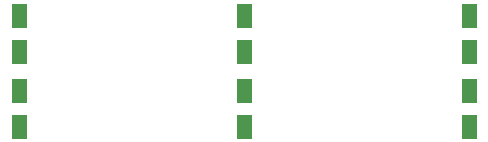
<source format=gbr>
G04 start of page 11 for group -4014 idx -4014 *
G04 Title: (unknown), bottompaste *
G04 Creator: pcb 4.2.2 *
G04 CreationDate: Tue May 11 21:17:39 2021 UTC *
G04 For: thomasc *
G04 Format: Gerber/RS-274X *
G04 PCB-Dimensions (mil): 5250.00 1500.00 *
G04 PCB-Coordinate-Origin: lower left *
%MOIN*%
%FSLAX25Y25*%
%LNBOTTOMPASTE*%
%ADD56C,0.0001*%
G54D56*G36*
X287500Y48000D02*X282500D01*
Y40000D01*
X287500D01*
Y48000D01*
G37*
G36*
Y60000D02*X282500D01*
Y52000D01*
X287500D01*
Y60000D01*
G37*
G36*
Y73000D02*X282500D01*
Y65000D01*
X287500D01*
Y73000D01*
G37*
G36*
Y85000D02*X282500D01*
Y77000D01*
X287500D01*
Y85000D01*
G37*
G36*
X362500Y48000D02*X357500D01*
Y40000D01*
X362500D01*
Y48000D01*
G37*
G36*
Y60000D02*X357500D01*
Y52000D01*
X362500D01*
Y60000D01*
G37*
G36*
Y73000D02*X357500D01*
Y65000D01*
X362500D01*
Y73000D01*
G37*
G36*
Y85000D02*X357500D01*
Y77000D01*
X362500D01*
Y85000D01*
G37*
G36*
X437500Y48000D02*X432500D01*
Y40000D01*
X437500D01*
Y48000D01*
G37*
G36*
Y60000D02*X432500D01*
Y52000D01*
X437500D01*
Y60000D01*
G37*
G36*
Y73000D02*X432500D01*
Y65000D01*
X437500D01*
Y73000D01*
G37*
G36*
Y85000D02*X432500D01*
Y77000D01*
X437500D01*
Y85000D01*
G37*
M02*

</source>
